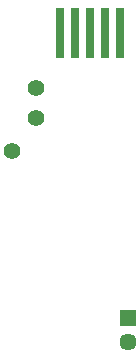
<source format=gbs>
G04*
G04 #@! TF.GenerationSoftware,Altium Limited,Altium Designer,18.1.6 (161)*
G04*
G04 Layer_Color=16711935*
%FSLAX24Y24*%
%MOIN*%
G70*
G01*
G75*
%ADD32R,0.0316X0.1655*%
%ADD49C,0.0552*%
%ADD50R,0.0572X0.0572*%
%ADD51C,0.0572*%
D32*
X0Y16890D02*
D03*
X500D02*
D03*
X1000D02*
D03*
X-1000D02*
D03*
X-500D02*
D03*
D49*
X-2598Y12957D02*
D03*
X-1772Y14059D02*
D03*
Y15059D02*
D03*
D50*
X1280Y7382D02*
D03*
D51*
Y6594D02*
D03*
M02*

</source>
